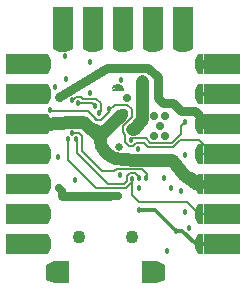
<source format=gbl>
G04 DipTrace 2.4.0.2*
%INUSBBiPowerOTG.gbl*%
%MOMM*%
%ADD13C,0.305*%
%ADD15C,0.203*%
%ADD16C,1.067*%
%ADD20C,0.457*%
%ADD22C,0.66*%
%ADD28C,0.735*%
%ADD29C,0.114*%
%ADD33C,0.787*%
%ADD42R,1.6X1.7*%
%ADD43R,2.0X1.7*%
%ADD49R,1.7X1.6*%
%ADD50R,1.7X2.0*%
%ADD76C,0.711*%
%ADD85R,1.7X2.032*%
%ADD88C,1.092*%
%ADD89C,1.092*%
%ADD91C,0.711*%
%FSLAX53Y53*%
G04*
G71*
G90*
G75*
G01*
%LNBottom*%
%LPD*%
X20296Y16709D2*
D13*
X21597D1*
X23376Y14930D1*
X23944D1*
X25064Y13810D1*
X25348D1*
X26510D1*
X27780D1*
X19707Y23521D2*
D16*
X19855D1*
X20510Y24342D1*
X20568Y27587D1*
X25348Y29050D2*
D28*
X26248D1*
D16*
X26510D1*
X27780D1*
X12433Y13810D2*
D28*
X11532D1*
D16*
X11270D1*
X10000D2*
X11270D1*
X18890Y30428D2*
D29*
Y31590D1*
Y32860D1*
X21430Y30425D2*
Y31590D1*
Y32860D1*
X25348Y26510D2*
D13*
X26510D1*
X27780D1*
X23970Y30428D2*
Y31590D1*
Y32860D1*
X12433Y16350D2*
X11270D1*
X10000D1*
X16350Y30428D2*
D15*
Y31590D1*
Y32860D1*
X19715Y19331D2*
Y17903D1*
X20277Y17341D1*
X24357D1*
X25348Y16350D1*
X26510D1*
X27780D1*
X12433Y26510D2*
X11270D1*
X10000D1*
X14271Y22711D2*
Y20906D1*
X16617Y18559D1*
X19214D1*
X19658Y19004D1*
Y19331D1*
X19715D1*
X25348Y21430D2*
X26510D1*
X27780D1*
X12433D2*
X11270D1*
X10000D1*
X17771Y25236D2*
Y25124D1*
X18234Y25587D1*
X19290D1*
X19681Y25196D1*
Y24524D1*
X19378Y24221D1*
X19323D1*
X18882Y23780D1*
Y23243D1*
X19082Y23043D1*
Y22416D1*
X19386Y22112D1*
X19798D1*
X20056Y22370D1*
X20656D1*
X21002Y22025D1*
X23182D1*
X23715Y22558D1*
X25382D1*
X26510Y21430D1*
X17771Y25236D2*
Y24980D1*
X17077Y24286D1*
X16649D1*
X16547Y24388D1*
X16669D1*
X15977Y25081D1*
X12766D1*
X12705Y25141D1*
X13810Y30428D2*
Y31590D1*
Y32860D1*
X14973Y22716D2*
X15040D1*
Y21522D1*
X17659Y18904D1*
X18996D1*
X19247Y19155D1*
Y19543D1*
X19520Y19816D1*
X19949D1*
X20381Y19384D1*
X20304D1*
X15150Y25724D2*
X16278D1*
X16533Y25470D1*
X12433Y29050D2*
X11270D1*
X10000D1*
X14608Y23192D2*
X15220D1*
X15440Y22972D1*
Y21667D1*
X17173Y19933D1*
X18193D1*
X18407Y20147D1*
X20506D1*
X20930Y19724D1*
Y19392D1*
X20894D1*
X14621Y25992D2*
X14679D1*
X14933Y26246D1*
X15379D1*
X15569Y26055D1*
X16670D1*
X17018Y25708D1*
Y25051D1*
X16892Y24925D1*
X12433Y23970D2*
D16*
X14393Y24124D1*
X15574D1*
X16099Y23600D1*
X16951Y22864D1*
G03X18958Y20948I1857J-64D01*
G01*
X19916Y20930D1*
X23036Y20911D1*
X24118Y19599D1*
X25167Y18878D1*
D28*
X24710Y19527D1*
X25348Y18890D1*
X26248D1*
D16*
X26510D1*
X27780D1*
X12433Y23970D2*
D28*
X11532D1*
D16*
X11270D1*
X10000D1*
X19010Y24844D2*
D22*
X18713Y24716D1*
D16*
X17153Y23208D1*
X16099Y23600D1*
X18531Y17875D2*
D22*
X17807D1*
D33*
X13793D1*
D22*
Y18262D1*
X13488Y18567D1*
X19617Y22623D2*
D15*
Y22758D1*
X20839D1*
X21230Y22367D1*
X23053D1*
X23835Y23148D1*
Y23786D1*
X24186Y24138D1*
X26510Y23970D2*
D33*
X26044D1*
X24973Y25041D1*
X23820D1*
X23133Y25727D1*
X22299D1*
X21892Y26135D1*
Y27901D1*
X21060Y28733D1*
X17527D1*
X13484Y26262D1*
X25348Y23970D2*
D28*
X26109D1*
D33*
X26510D1*
X27780D1*
X12433Y18890D2*
D28*
X11671D1*
D33*
X11270D1*
X10000D1*
D20*
X24186Y24138D3*
X18699Y19636D3*
X19715Y19331D3*
X20304Y19384D3*
X20894Y19392D3*
X22384Y19412D3*
X23376Y14930D3*
X22680Y13192D3*
X20296Y16709D3*
X20174Y21821D3*
X24191Y16492D3*
X24134Y21305D3*
D22*
X19010Y24844D3*
X19707Y23521D3*
D20*
X20270Y18536D3*
X23014Y18493D3*
X23792Y18277D3*
X24540Y15108D3*
X19617Y22623D3*
X14047Y29699D3*
X16533Y25470D3*
X16892Y24925D3*
X17771Y25236D3*
X13410Y21130D3*
D22*
X20568Y27587D3*
X13484Y26262D3*
D91*
X19263Y26178D3*
D20*
X16123Y26575D3*
X16093Y29233D3*
X18713Y27700D3*
X14077Y27792D3*
D22*
X18620Y22035D3*
X18531Y17875D3*
X13488Y18567D3*
D20*
X14271Y22711D3*
X14608Y23192D3*
X14973Y22716D3*
X14621Y25992D3*
X15150Y25724D3*
X12705Y25141D3*
X13139Y27105D3*
X14870Y19208D3*
D42*
X26510Y13810D3*
G36*
X25250Y14660D2*
X25715D1*
Y12960D1*
X25250D1*
X24980Y13485D1*
Y14135D1*
X25250Y14660D1*
G37*
D43*
X27780Y13810D3*
D42*
X11270D3*
G36*
X12530Y12960D2*
X12065D1*
Y14660D1*
X12530D1*
X12800Y14135D1*
Y13485D1*
X12530Y12960D1*
G37*
D43*
X10000Y13810D3*
D42*
X26510Y29050D3*
G36*
X25250Y29900D2*
X25715D1*
Y28200D1*
X25250D1*
X24980Y28725D1*
Y29375D1*
X25250Y29900D1*
G37*
D43*
X27780Y29050D3*
D42*
X26510Y26510D3*
G36*
X25250Y27360D2*
X25715D1*
Y25660D1*
X25250D1*
X24980Y26185D1*
Y26835D1*
X25250Y27360D1*
G37*
D43*
X27780Y26510D3*
D49*
X23970Y31590D3*
G36*
X23120Y30330D2*
Y30795D1*
X24820D1*
Y30330D1*
X24295Y30060D1*
X23645D1*
X23120Y30330D1*
G37*
D50*
X23970Y32860D3*
D42*
X11270Y16350D3*
G36*
X12530Y15500D2*
X12065D1*
Y17200D1*
X12530D1*
X12800Y16675D1*
Y16025D1*
X12530Y15500D1*
G37*
D43*
X10000Y16350D3*
D42*
X11270Y26510D3*
G36*
X12530Y25660D2*
X12065D1*
Y27360D1*
X12530D1*
X12800Y26835D1*
Y26185D1*
X12530Y25660D1*
G37*
D43*
X10000Y26510D3*
D42*
X26510Y16350D3*
G36*
X25250Y17200D2*
X25715D1*
Y15500D1*
X25250D1*
X24980Y16025D1*
Y16675D1*
X25250Y17200D1*
G37*
D43*
X27780Y16350D3*
D42*
X11270Y21430D3*
G36*
X12530Y20580D2*
X12065D1*
Y22280D1*
X12530D1*
X12800Y21755D1*
Y21105D1*
X12530Y20580D1*
G37*
D43*
X10000Y21430D3*
D42*
X26510D3*
G36*
X25250Y22280D2*
X25715D1*
Y20580D1*
X25250D1*
X24980Y21105D1*
Y21755D1*
X25250Y22280D1*
G37*
D43*
X27780Y21430D3*
D49*
X13810Y31590D3*
G36*
X12960Y30330D2*
Y30795D1*
X14660D1*
Y30330D1*
X14135Y30060D1*
X13485D1*
X12960Y30330D1*
G37*
D50*
X13810Y32860D3*
D42*
X11270Y29050D3*
G36*
X12530Y28200D2*
X12065D1*
Y29900D1*
X12530D1*
X12800Y29375D1*
Y28725D1*
X12530Y28200D1*
G37*
D43*
X10000Y29050D3*
D76*
X21565Y24668D3*
X22515D3*
X21565Y22968D3*
X22040Y23818D3*
X22515Y22968D3*
G36*
X19043Y26708D2*
X19014Y26899D1*
X18954Y27046D1*
X18878Y27140D1*
X18802Y27216D1*
X18689Y27280D1*
X18624Y27305D1*
X18529Y27326D1*
X18478Y27336D1*
X18396Y27341D1*
X18331Y27318D1*
X18293Y27280D1*
X18267Y27255D1*
X18203Y27242D1*
X18178Y27247D1*
X18127Y27262D1*
X18100Y27293D1*
X18001Y27211D1*
X18051Y27135D1*
Y27117D1*
X17962Y27081D1*
X17950Y27026D1*
X17940Y26924D1*
X18192Y27031D1*
X18224D1*
X18267Y27023D1*
X18277Y27001D1*
X18257Y26950D1*
X18142Y26886D1*
X17970Y26815D1*
X17996Y26765D1*
X18059Y26710D1*
X18250Y26785D1*
X18243Y26747D1*
Y26708D1*
X19043D1*
G37*
D49*
X21430Y31590D3*
X18890D3*
X16350D3*
G36*
X18040Y30330D2*
Y30795D1*
X19740D1*
Y30330D1*
X19215Y30060D1*
X18565D1*
X18040Y30330D1*
G37*
G36*
X20580D2*
Y30790D1*
X22280D1*
Y30330D1*
X21755Y30060D1*
X21105D1*
X20580Y30330D1*
G37*
D85*
X21430Y32860D3*
G36*
X15500Y30330D2*
Y30795D1*
X17200D1*
Y30330D1*
X16675Y30060D1*
X16025D1*
X15500Y30330D1*
G37*
D85*
X18890Y32860D3*
X16350D3*
D88*
X15219Y14402D3*
D89*
X19669D3*
G36*
X22476Y12024D2*
Y10780D1*
X21829Y10452D1*
X20566D1*
Y12352D1*
X21829D1*
X22476Y12024D1*
G37*
G36*
X12412Y10780D2*
Y12024D1*
X13059Y12352D1*
X14322D1*
Y10452D1*
X13059D1*
X12412Y10780D1*
G37*
D42*
X26510Y18890D3*
G36*
X25250Y19740D2*
X25715D1*
Y18040D1*
X25250D1*
X24980Y18565D1*
Y19215D1*
X25250Y19740D1*
G37*
D43*
X27780Y18890D3*
D42*
X11270Y23970D3*
G36*
X12530Y23120D2*
X12065D1*
Y24820D1*
X12530D1*
X12800Y24295D1*
Y23645D1*
X12530Y23120D1*
G37*
D43*
X10000Y23970D3*
D42*
X26510D3*
G36*
X25250Y24820D2*
X25715D1*
Y23120D1*
X25250D1*
X24980Y23645D1*
Y24295D1*
X25250Y24820D1*
G37*
D43*
X27780Y23970D3*
D42*
X11270Y18890D3*
G36*
X12530Y18040D2*
X12065D1*
Y19740D1*
X12530D1*
X12800Y19215D1*
Y18565D1*
X12530Y18040D1*
G37*
D43*
X10000Y18890D3*
M02*

</source>
